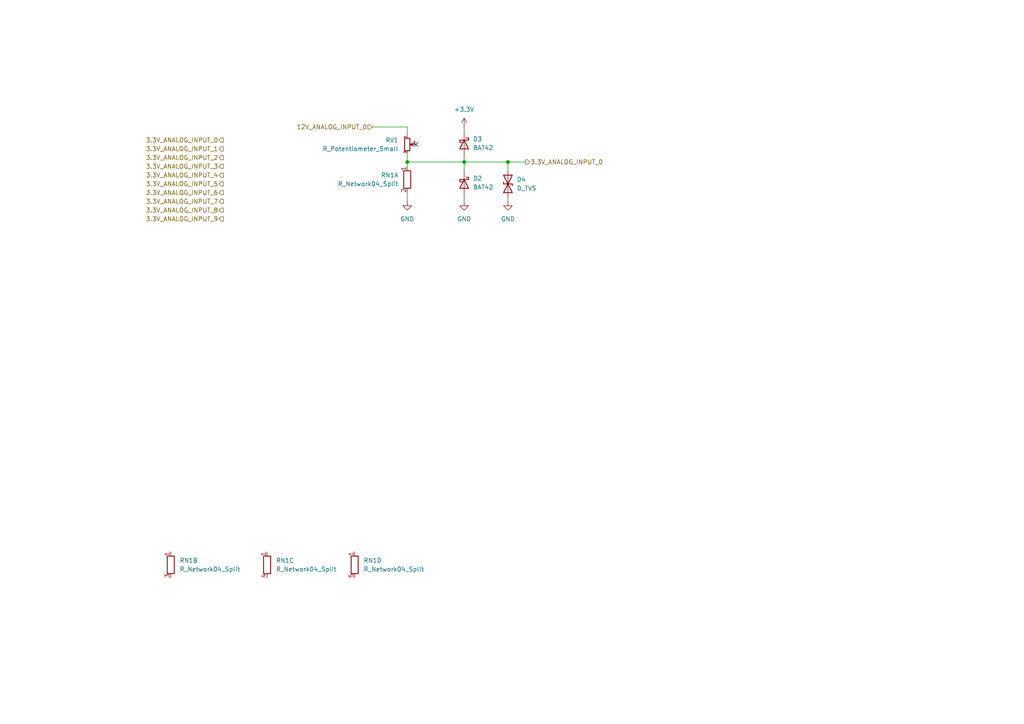
<source format=kicad_sch>
(kicad_sch (version 20250114) (generator "eeschema") (generator_version "9.0")
  (paper "A4")
  (lib_symbols
    (symbol "Device:D_TVS" (pin_numbers (hide yes)) (pin_names (offset 1.016) (hide yes))
      (property "Reference" "D" (at 0 2.54 0))
      (property "Value" "D_TVS" (at 0 -2.54 0))
      (symbol "D_TVS_0_1"
        (polyline (pts (xy -2.54 1.27) (xy -2.54 -1.27) (xy 2.54 1.27) (xy 2.54 -1.27) (xy -2.54 1.27)) (stroke (width 0.254)))
        (polyline (pts (xy 0.508 1.27) (xy 0 1.27) (xy 0 -1.27) (xy -0.508 -1.27)) (stroke (width 0.254)))
        (polyline (pts (xy 1.27 0) (xy -1.27 0)))
      )
      (symbol "D_TVS_1_1"
        (pin passive line (at -3.81 0 0) (length 2.54) (name "A1") (number "1"))
        (pin passive line (at 3.81 0 180) (length 2.54) (name "A2") (number "2"))
      )
    )
    (symbol "Device:R_Network04_Split" (pin_names (offset 0) (hide yes))
      (property "Reference" "RN" (at 2.032 0 90))
      (property "Value" "R_Network04_Split" (at 0 0 90))
      (symbol "R_Network04_Split_0_1"
        (rectangle (start 1.016 2.54) (end -1.016 -2.54) (stroke (width 0.254)))
        (pin passive line (at 0 3.81 270) (length 1.27) (name "R1") (number "1"))
      )
      (symbol "R_Network04_Split_1_1"
        (pin passive line (at 0 -3.81 90) (length 1.27) (name "R1.2") (number "2"))
      )
      (symbol "R_Network04_Split_2_1"
        (pin passive line (at 0 -3.81 90) (length 1.27) (name "R2.2") (number "3"))
      )
      (symbol "R_Network04_Split_3_1"
        (pin passive line (at 0 -3.81 90) (length 1.27) (name "R3.2") (number "4"))
      )
      (symbol "R_Network04_Split_4_1"
        (pin passive line (at 0 -3.81 90) (length 1.27) (name "R4.2") (number "5"))
      )
    )
    (symbol "Device:R_Potentiometer_Small" (pin_names (offset 1.016) (hide yes))
      (property "Reference" "RV" (at -4.445 0 90))
      (property "Value" "R_Potentiometer_Small" (at -2.54 0 90))
      (symbol "R_Potentiometer_Small_0_1"
        (rectangle (start 0.762 1.8034) (end -0.762 -1.8034) (stroke (width 0.254)))
        (polyline (pts (xy 0.889 0) (xy 0.635 0) (xy 1.651 0.381) (xy 1.651 -0.381) (xy 0.635 0) (xy 0.889 0)) (fill (type outline)))
      )
      (symbol "R_Potentiometer_Small_1_1"
        (pin passive line (at 0 2.54 270) (length 0.635) (name "1") (number "1"))
        (pin passive line (at 0 -2.54 90) (length 0.635) (name "3") (number "3"))
        (pin passive line (at 2.54 0 180) (length 0.9906) (name "2") (number "2"))
      )
    )
    (symbol "Diode:BAT42" (pin_numbers (hide yes)) (pin_names (offset 1.016) (hide yes))
      (property "Reference" "D" (at 0 2.54 0))
      (property "Value" "BAT42" (at 0 -2.54 0))
      (symbol "BAT42_0_1"
        (polyline (pts (xy -1.905 0.635) (xy -1.905 1.27) (xy -1.27 1.27) (xy -1.27 -1.27) (xy -0.635 -1.27) (xy -0.635 -0.635)) (stroke (width 0.254)))
        (polyline (pts (xy 1.27 1.27) (xy 1.27 -1.27) (xy -1.27 0) (xy 1.27 1.27)) (stroke (width 0.254)))
        (polyline (pts (xy 1.27 0) (xy -1.27 0)))
      )
      (symbol "BAT42_1_1"
        (pin passive line (at -3.81 0 0) (length 2.54) (name "K") (number "1"))
        (pin passive line (at 3.81 0 180) (length 2.54) (name "A") (number "2"))
      )
    )
    (symbol "power:+3.3V" (power) (pin_numbers (hide yes)) (pin_names (offset 0) (hide yes))
      (property "Value" "+3.3V" (at 0 3.556 0))
      (symbol "+3.3V_0_1"
        (polyline (pts (xy -0.762 1.27) (xy 0 2.54)))
        (polyline (pts (xy 0 2.54) (xy 0.762 1.27)))
        (polyline (pts (xy 0 0) (xy 0 2.54)))
      )
      (symbol "+3.3V_1_1"
        (pin power_in line (at 0 0 90) (length 0) (name "~") (number "1"))
      )
    )
    (symbol "power:GND" (power) (pin_numbers (hide yes)) (pin_names (offset 0) (hide yes))
      (property "Value" "GND" (at 0 -3.81 0))
      (symbol "GND_0_1"
        (polyline (pts (xy 0 0) (xy 0 -1.27) (xy 1.27 -1.27) (xy 0 -2.54) (xy -1.27 -1.27) (xy 0 -1.27)))
      )
      (symbol "GND_1_1"
        (pin power_in line (at 0 0 270) (length 0) (name "~") (number "1"))
      )
    )
  )
  (junction (at 118.11 46.99))
  (junction (at 147.32 46.99))
  (junction (at 134.62 46.99))
  (no_connect (at 120.65 41.91))
  (wire (pts (xy 107.95 36.83) (xy 118.11 36.83)))
  (wire (pts (xy 134.62 45.72) (xy 134.62 46.99)))
  (wire (pts (xy 118.11 36.83) (xy 118.11 39.37)))
  (wire (pts (xy 134.62 57.15) (xy 134.62 58.42)))
  (wire (pts (xy 118.11 46.99) (xy 134.62 46.99)))
  (wire (pts (xy 147.32 46.99) (xy 147.32 49.53)))
  (wire (pts (xy 134.62 46.99) (xy 134.62 49.53)))
  (wire (pts (xy 118.11 44.45) (xy 118.11 46.99)))
  (wire (pts (xy 118.11 46.99) (xy 118.11 48.26)))
  (wire (pts (xy 134.62 36.83) (xy 134.62 38.1)))
  (wire (pts (xy 147.32 57.15) (xy 147.32 58.42)))
  (wire (pts (xy 147.32 46.99) (xy 152.4 46.99)))
  (wire (pts (xy 118.11 58.42) (xy 118.11 55.88)))
  (wire (pts (xy 134.62 46.99) (xy 147.32 46.99)))
  (hierarchical_label "3.3V_ANALOG_INPUT_5" (shape output) (at 64.77 53.34 180))
  (hierarchical_label "3.3V_ANALOG_INPUT_1" (shape output) (at 64.77 43.18 180))
  (hierarchical_label "3.3V_ANALOG_INPUT_4" (shape output) (at 64.77 50.8 180))
  (hierarchical_label "3.3V_ANALOG_INPUT_7" (shape output) (at 64.77 58.42 180))
  (hierarchical_label "3.3V_ANALOG_INPUT_0" (shape output) (at 64.77 40.64 180))
  (hierarchical_label "3.3V_ANALOG_INPUT_2" (shape output) (at 64.77 45.72 180))
  (hierarchical_label "3.3V_ANALOG_INPUT_3" (shape output) (at 64.77 48.26 180))
  (hierarchical_label "3.3V_ANALOG_INPUT_9" (shape output) (at 64.77 63.5 180))
  (hierarchical_label "3.3V_ANALOG_INPUT_0" (shape output) (at 152.4 46.99 0))
  (hierarchical_label "3.3V_ANALOG_INPUT_8" (shape output) (at 64.77 60.96 180))
  (hierarchical_label "3.3V_ANALOG_INPUT_6" (shape output) (at 64.77 55.88 180))
  (hierarchical_label "12V_ANALOG_INPUT_0" (shape input) (at 107.95 36.83 180))
  (symbol (lib_id "Device:D_TVS") (at 147.32 53.34 90) (unit 1)
    (property "Reference" "D4" (at 149.86 52.0699 90) (effects (justify right)))
    (property "Value" "D_TVS" (at 149.86 54.6099 90) (effects (justify right)))
    (property "Description" "Bidirectional transient-voltage-suppression diode" (effects (hide yes)))
  )
  (symbol (lib_id "power:+3.3V") (at 134.62 36.83 0) (unit 1)
    (property "Reference" "#PWR04" (effects (hide yes)))
    (property "Value" "+3.3V" (at 134.62 31.75 0))
    (property "Description" "Power symbol creates a global label with name \"+3.3V\"" (effects (hide yes)))
  )
  (symbol (lib_id "Diode:BAT42") (at 134.62 53.34 270) (unit 1)
    (property "Reference" "D2" (at 137.16 51.7524 90) (effects (justify left)))
    (property "Value" "BAT42" (at 137.16 54.2924 90) (effects (justify left)))
    (property "Footprint" "Diode_THT:D_DO-35_SOD27_P7.62mm_Horizontal" (effects (hide yes)))
    (property "Datasheet" "http://www.vishay.com/docs/85660/bat42.pdf" (effects (hide yes)))
    (property "Description" "30V 0.2A Small Signal Schottky Diode, DO-35" (effects (hide yes)))
  )
  (symbol (lib_id "power:GND") (at 147.32 58.42 0) (unit 1)
    (property "Reference" "#PWR02" (effects (hide yes)))
    (property "Value" "GND" (at 147.32 63.5 0))
    (property "Description" "Power symbol creates a global label with name \"GND\" , ground" (effects (hide yes)))
  )
  (symbol (lib_id "Device:R_Network04_Split") (at 118.11 52.07 0) (mirror y) (unit 1)
    (property "Reference" "RN1" (at 115.57 50.7999 0) (effects (justify left)))
    (property "Value" "R_Network04_Split" (at 115.57 53.3399 0) (effects (justify left)))
    (property "Footprint" "Resistor_THT:R_Array_SIP5" (effects (hide yes)))
    (property "Datasheet" "http://www.vishay.com/docs/31509/csc.pdf" (effects (hide yes)))
    (property "Description" "4 resistor network, star topology, bussed resistors, split" (effects (hide yes)))
  )
  (symbol (lib_id "Diode:BAT42") (at 134.62 41.91 270) (unit 1)
    (property "Reference" "D3" (at 137.16 40.3224 90) (effects (justify left)))
    (property "Value" "BAT42" (at 137.16 42.8624 90) (effects (justify left)))
    (property "Footprint" "Diode_THT:D_DO-35_SOD27_P7.62mm_Horizontal" (effects (hide yes)))
    (property "Datasheet" "http://www.vishay.com/docs/85660/bat42.pdf" (effects (hide yes)))
    (property "Description" "30V 0.2A Small Signal Schottky Diode, DO-35" (effects (hide yes)))
  )
  (symbol (lib_id "power:GND") (at 118.11 58.42 0) (unit 1)
    (property "Reference" "#PWR01" (effects (hide yes)))
    (property "Value" "GND" (at 118.11 63.5 0))
    (property "Description" "Power symbol creates a global label with name \"GND\" , ground" (effects (hide yes)))
  )
  (symbol (lib_id "power:GND") (at 134.62 58.42 0) (unit 1)
    (property "Reference" "#PWR03" (effects (hide yes)))
    (property "Value" "GND" (at 134.62 63.5 0))
    (property "Description" "Power symbol creates a global label with name \"GND\" , ground" (effects (hide yes)))
  )
  (symbol (lib_id "Device:R_Network04_Split") (at 77.47 163.83 0) (unit 3)
    (property "Reference" "RN1" (at 80.01 162.5599 0) (effects (justify left)))
    (property "Value" "R_Network04_Split" (at 80.01 165.0999 0) (effects (justify left)))
    (property "Footprint" "Resistor_THT:R_Array_SIP5" (effects (hide yes)))
    (property "Datasheet" "http://www.vishay.com/docs/31509/csc.pdf" (effects (hide yes)))
    (property "Description" "4 resistor network, star topology, bussed resistors, split" (effects (hide yes)))
  )
  (symbol (lib_id "Device:R_Network04_Split") (at 102.87 163.83 0) (unit 4)
    (property "Reference" "RN1" (at 105.41 162.5599 0) (effects (justify left)))
    (property "Value" "R_Network04_Split" (at 105.41 165.0999 0) (effects (justify left)))
    (property "Footprint" "Resistor_THT:R_Array_SIP5" (effects (hide yes)))
    (property "Datasheet" "http://www.vishay.com/docs/31509/csc.pdf" (effects (hide yes)))
    (property "Description" "4 resistor network, star topology, bussed resistors, split" (effects (hide yes)))
  )
  (symbol (lib_id "Device:R_Potentiometer_Small") (at 118.11 41.91 0) (unit 1)
    (property "Reference" "RV1" (at 115.57 40.6399 0) (effects (justify right)))
    (property "Value" "R_Potentiometer_Small" (at 115.57 43.1799 0) (effects (justify right)))
    (property "Description" "Potentiometer" (effects (hide yes)))
  )
  (symbol (lib_id "Device:R_Network04_Split") (at 49.53 163.83 0) (unit 2)
    (property "Reference" "RN1" (at 52.07 162.5599 0) (effects (justify left)))
    (property "Value" "R_Network04_Split" (at 52.07 165.0999 0) (effects (justify left)))
    (property "Footprint" "Resistor_THT:R_Array_SIP5" (effects (hide yes)))
    (property "Datasheet" "http://www.vishay.com/docs/31509/csc.pdf" (effects (hide yes)))
    (property "Description" "4 resistor network, star topology, bussed resistors, split" (effects (hide yes)))
  )
)
</source>
